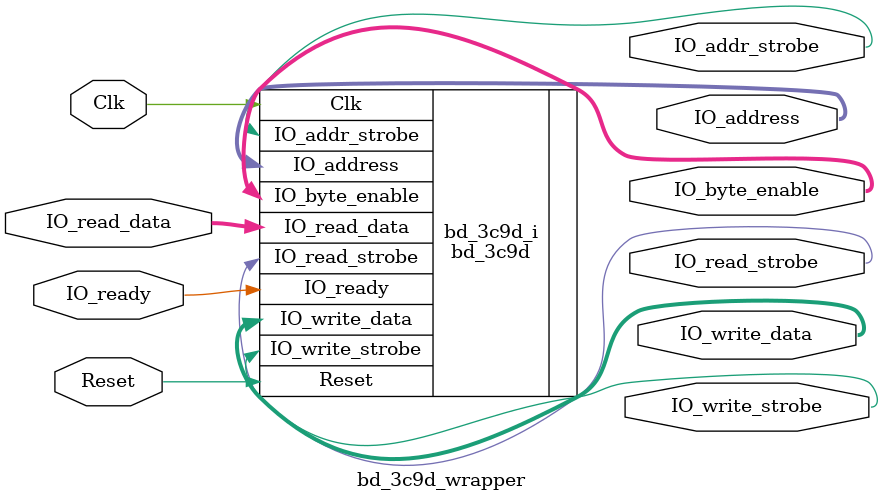
<source format=v>
`timescale 1 ps / 1 ps

module bd_3c9d_wrapper
   (Clk,
    IO_addr_strobe,
    IO_address,
    IO_byte_enable,
    IO_read_data,
    IO_read_strobe,
    IO_ready,
    IO_write_data,
    IO_write_strobe,
    Reset);
  input Clk;
  output IO_addr_strobe;
  output [31:0]IO_address;
  output [3:0]IO_byte_enable;
  input [31:0]IO_read_data;
  output IO_read_strobe;
  input IO_ready;
  output [31:0]IO_write_data;
  output IO_write_strobe;
  input Reset;

  wire Clk;
  wire IO_addr_strobe;
  wire [31:0]IO_address;
  wire [3:0]IO_byte_enable;
  wire [31:0]IO_read_data;
  wire IO_read_strobe;
  wire IO_ready;
  wire [31:0]IO_write_data;
  wire IO_write_strobe;
  wire Reset;

  bd_3c9d bd_3c9d_i
       (.Clk(Clk),
        .IO_addr_strobe(IO_addr_strobe),
        .IO_address(IO_address),
        .IO_byte_enable(IO_byte_enable),
        .IO_read_data(IO_read_data),
        .IO_read_strobe(IO_read_strobe),
        .IO_ready(IO_ready),
        .IO_write_data(IO_write_data),
        .IO_write_strobe(IO_write_strobe),
        .Reset(Reset));
endmodule

</source>
